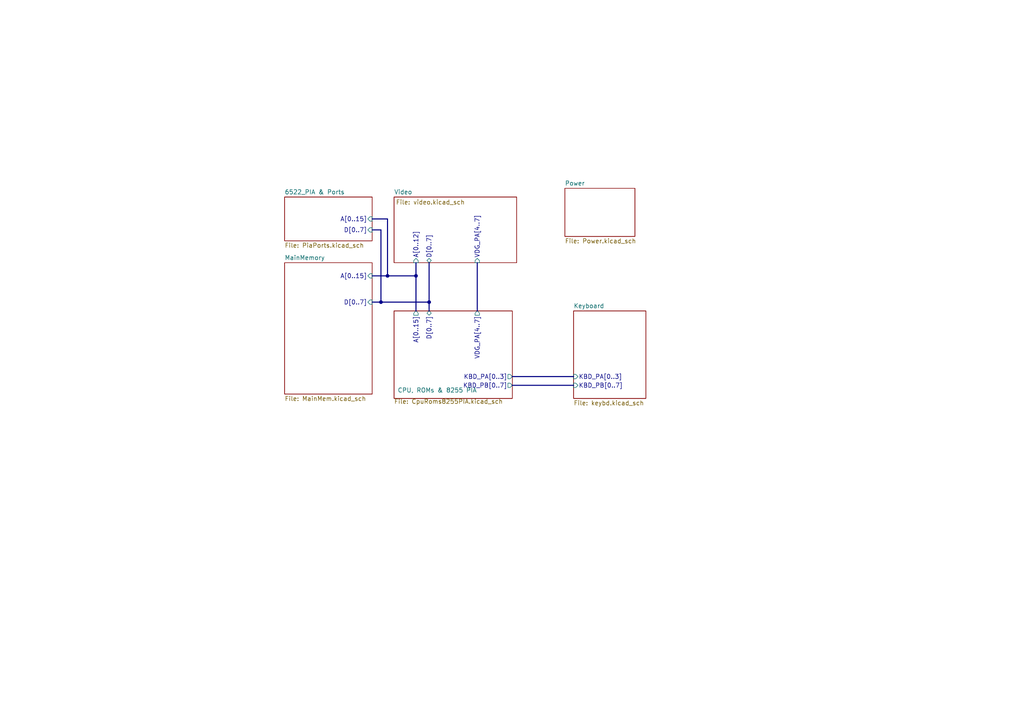
<source format=kicad_sch>
(kicad_sch
	(version 20231120)
	(generator "eeschema")
	(generator_version "8.0")
	(uuid "061591e0-fc5a-4227-9cb7-53fd8dca3981")
	(paper "A4")
	(lib_symbols)
	(junction
		(at 120.65 80.01)
		(diameter 0)
		(color 0 0 0 0)
		(uuid "3f4c023f-eca7-4011-8ac3-71f050b458ef")
	)
	(junction
		(at 124.46 87.63)
		(diameter 0)
		(color 0 0 0 0)
		(uuid "4ab9f805-ed6f-4db4-9c4f-a4227d253d93")
	)
	(junction
		(at 112.395 80.01)
		(diameter 0)
		(color 0 0 0 0)
		(uuid "668a67c6-7f50-4f13-84ca-fb3c24263f72")
	)
	(junction
		(at 110.49 87.63)
		(diameter 0)
		(color 0 0 0 0)
		(uuid "914d72a2-12c5-4bf2-862c-7d5e8936feca")
	)
	(bus
		(pts
			(xy 124.46 76.2) (xy 124.46 87.63)
		)
		(stroke
			(width 0)
			(type default)
		)
		(uuid "061445e3-abfa-4782-84db-e774fa739cf8")
	)
	(bus
		(pts
			(xy 107.95 87.63) (xy 110.49 87.63)
		)
		(stroke
			(width 0)
			(type default)
		)
		(uuid "140137d5-8b2e-410b-b32a-e1bfc5c018d1")
	)
	(bus
		(pts
			(xy 110.49 87.63) (xy 124.46 87.63)
		)
		(stroke
			(width 0)
			(type default)
		)
		(uuid "2d418dda-8d1c-4765-adb4-6ed190efd1c7")
	)
	(bus
		(pts
			(xy 138.43 76.2) (xy 138.43 90.17)
		)
		(stroke
			(width 0)
			(type default)
		)
		(uuid "3479865a-ccbc-42b7-a39e-63b811251c75")
	)
	(bus
		(pts
			(xy 148.59 111.76) (xy 166.37 111.76)
		)
		(stroke
			(width 0)
			(type default)
		)
		(uuid "3f6b628e-640e-413f-9a68-10766c283653")
	)
	(bus
		(pts
			(xy 112.395 63.5) (xy 112.395 80.01)
		)
		(stroke
			(width 0)
			(type default)
		)
		(uuid "6aa9332d-dc29-47f1-9f0d-318070c5b9f8")
	)
	(bus
		(pts
			(xy 112.395 80.01) (xy 120.65 80.01)
		)
		(stroke
			(width 0)
			(type default)
		)
		(uuid "6fdf3f03-bca4-4443-be7a-b4b7e7c48306")
	)
	(bus
		(pts
			(xy 120.65 76.2) (xy 120.65 80.01)
		)
		(stroke
			(width 0)
			(type default)
		)
		(uuid "78b113a0-e3ac-435f-8236-2f469a98e58c")
	)
	(bus
		(pts
			(xy 120.65 80.01) (xy 120.65 90.17)
		)
		(stroke
			(width 0)
			(type default)
		)
		(uuid "85abbe33-8822-4bb0-806d-3ce76dd2f8c4")
	)
	(bus
		(pts
			(xy 107.95 80.01) (xy 112.395 80.01)
		)
		(stroke
			(width 0)
			(type default)
		)
		(uuid "97900480-0f93-4d69-afc5-da3cfa88f99a")
	)
	(bus
		(pts
			(xy 107.95 63.5) (xy 112.395 63.5)
		)
		(stroke
			(width 0)
			(type default)
		)
		(uuid "ac2a9968-9fd0-4a91-be34-a0aa2501d6ed")
	)
	(bus
		(pts
			(xy 110.49 66.675) (xy 110.49 87.63)
		)
		(stroke
			(width 0)
			(type default)
		)
		(uuid "de6078d9-4858-4cac-b60f-7da4e32e31ba")
	)
	(bus
		(pts
			(xy 124.46 87.63) (xy 124.46 90.17)
		)
		(stroke
			(width 0)
			(type default)
		)
		(uuid "ed5f78a3-6907-4e4d-aea7-6403d501086c")
	)
	(bus
		(pts
			(xy 107.95 66.675) (xy 110.49 66.675)
		)
		(stroke
			(width 0)
			(type default)
		)
		(uuid "f8e8ec68-4c80-47e3-870a-87cd60a97f9f")
	)
	(bus
		(pts
			(xy 148.59 109.22) (xy 166.37 109.22)
		)
		(stroke
			(width 0)
			(type default)
		)
		(uuid "feb706e0-389b-4e70-ba5b-fd38e59c22af")
	)
	(sheet
		(at 163.83 54.61)
		(size 20.32 13.97)
		(fields_autoplaced yes)
		(stroke
			(width 0.1524)
			(type solid)
		)
		(fill
			(color 0 0 0 0.0000)
		)
		(uuid "3701420a-78ea-4de5-b3c6-56f66d13f260")
		(property "Sheetname" "Power"
			(at 163.83 53.8984 0)
			(effects
				(font
					(size 1.27 1.27)
				)
				(justify left bottom)
			)
		)
		(property "Sheetfile" "Power.kicad_sch"
			(at 163.83 69.1646 0)
			(effects
				(font
					(size 1.27 1.27)
				)
				(justify left top)
			)
		)
		(instances
			(project "AtomV5Board"
				(path "/061591e0-fc5a-4227-9cb7-53fd8dca3981"
					(page "3")
				)
			)
		)
	)
	(sheet
		(at 114.3 57.15)
		(size 35.56 19.05)
		(stroke
			(width 0.1524)
			(type solid)
		)
		(fill
			(color 0 0 0 0.0000)
		)
		(uuid "3e5cf50e-a7f3-43f9-a30d-2928d224ef34")
		(property "Sheetname" "Video"
			(at 114.3 56.4384 0)
			(effects
				(font
					(size 1.27 1.27)
				)
				(justify left bottom)
			)
		)
		(property "Sheetfile" "video.kicad_sch"
			(at 114.808 57.912 0)
			(effects
				(font
					(size 1.27 1.27)
				)
				(justify left top)
			)
		)
		(pin "D[0..7]" bidirectional
			(at 124.46 76.2 270)
			(effects
				(font
					(size 1.27 1.27)
				)
				(justify left)
			)
			(uuid "0346dae4-a3a1-4a58-aff0-5f083e30e6c9")
		)
		(pin "A[0..12]" input
			(at 120.65 76.2 270)
			(effects
				(font
					(size 1.27 1.27)
				)
				(justify left)
			)
			(uuid "dd3317b5-f995-4e94-8031-c99a3a474036")
		)
		(pin "VDG_PA[4..7]" input
			(at 138.43 76.2 270)
			(effects
				(font
					(size 1.27 1.27)
				)
				(justify left)
			)
			(uuid "209c62b8-5458-436b-9bc5-c513c48f06e4")
		)
		(instances
			(project "AtomV5Board"
				(path "/061591e0-fc5a-4227-9cb7-53fd8dca3981"
					(page "2")
				)
			)
		)
	)
	(sheet
		(at 166.37 90.17)
		(size 20.955 25.4)
		(fields_autoplaced yes)
		(stroke
			(width 0.1524)
			(type solid)
		)
		(fill
			(color 0 0 0 0.0000)
		)
		(uuid "41b80dc0-2191-428c-bee0-e1c8383431f1")
		(property "Sheetname" "Keyboard"
			(at 166.37 89.4584 0)
			(effects
				(font
					(size 1.27 1.27)
				)
				(justify left bottom)
			)
		)
		(property "Sheetfile" "keybd.kicad_sch"
			(at 166.37 116.1546 0)
			(effects
				(font
					(size 1.27 1.27)
				)
				(justify left top)
			)
		)
		(pin "KBD_PA[0..3]" input
			(at 166.37 109.22 180)
			(effects
				(font
					(size 1.27 1.27)
				)
				(justify left)
			)
			(uuid "9408f0e3-d44a-47f8-9a6c-dba0d45ef141")
		)
		(pin "KBD_PB[0..7]" input
			(at 166.37 111.76 180)
			(effects
				(font
					(size 1.27 1.27)
				)
				(justify left)
			)
			(uuid "1420955a-e3fb-473a-9426-725a5b8c3773")
		)
		(instances
			(project "AtomV5Board"
				(path "/061591e0-fc5a-4227-9cb7-53fd8dca3981"
					(page "5")
				)
			)
		)
	)
	(sheet
		(at 114.3 90.17)
		(size 34.29 25.4)
		(stroke
			(width 0.1524)
			(type solid)
		)
		(fill
			(color 0 0 0 0.0000)
		)
		(uuid "69ec7c13-aeb1-42ad-9b44-b801cf6ac833")
		(property "Sheetname" "CPU, ROMs & 8255 PIA"
			(at 115.316 113.919 0)
			(effects
				(font
					(size 1.27 1.27)
				)
				(justify left bottom)
			)
		)
		(property "Sheetfile" "CpuRoms8255PIA.kicad_sch"
			(at 114.3 115.697 0)
			(effects
				(font
					(size 1.27 1.27)
				)
				(justify left top)
			)
		)
		(pin "VDG_PA[4..7]" output
			(at 138.43 90.17 90)
			(effects
				(font
					(size 1.27 1.27)
				)
				(justify right)
			)
			(uuid "b4e770af-2a5c-47c6-bcef-58981d8b2d77")
		)
		(pin "A[0..15]" output
			(at 120.65 90.17 90)
			(effects
				(font
					(size 1.27 1.27)
				)
				(justify right)
			)
			(uuid "7ee0d00c-2985-48dc-a534-8575fd7c29b5")
		)
		(pin "D[0..7]" bidirectional
			(at 124.46 90.17 90)
			(effects
				(font
					(size 1.27 1.27)
				)
				(justify right)
			)
			(uuid "b445771a-cfa7-47c1-bb14-a578f48734ed")
		)
		(pin "KBD_PA[0..3]" output
			(at 148.59 109.22 0)
			(effects
				(font
					(size 1.27 1.27)
				)
				(justify right)
			)
			(uuid "107d3dfd-34e0-4f8e-bd2a-c42bff338c42")
		)
		(pin "KBD_PB[0..7]" output
			(at 148.59 111.76 0)
			(effects
				(font
					(size 1.27 1.27)
				)
				(justify right)
			)
			(uuid "5957972d-9abe-47c0-915b-2a66f58e22c0")
		)
		(instances
			(project "AtomV5Board"
				(path "/061591e0-fc5a-4227-9cb7-53fd8dca3981"
					(page "4")
				)
			)
		)
	)
	(sheet
		(at 82.55 57.15)
		(size 25.4 12.7)
		(fields_autoplaced yes)
		(stroke
			(width 0.1524)
			(type solid)
		)
		(fill
			(color 0 0 0 0.0000)
		)
		(uuid "9644c68a-49cb-4066-8c2d-0b3afbbe53a4")
		(property "Sheetname" "6522_PIA & Ports"
			(at 82.55 56.4384 0)
			(effects
				(font
					(size 1.27 1.27)
				)
				(justify left bottom)
			)
		)
		(property "Sheetfile" "PiaPorts.kicad_sch"
			(at 82.55 70.4346 0)
			(effects
				(font
					(size 1.27 1.27)
				)
				(justify left top)
			)
		)
		(pin "D[0..7]" input
			(at 107.95 66.675 0)
			(effects
				(font
					(size 1.27 1.27)
				)
				(justify right)
			)
			(uuid "5902e23f-8436-4867-8b8c-8735406e5563")
		)
		(pin "A[0..15]" input
			(at 107.95 63.5 0)
			(effects
				(font
					(size 1.27 1.27)
				)
				(justify right)
			)
			(uuid "18c02802-da64-4a3e-a200-24c54485575c")
		)
		(instances
			(project "AtomV5Board"
				(path "/061591e0-fc5a-4227-9cb7-53fd8dca3981"
					(page "7")
				)
			)
		)
	)
	(sheet
		(at 82.55 76.2)
		(size 25.4 38.1)
		(fields_autoplaced yes)
		(stroke
			(width 0.1524)
			(type solid)
		)
		(fill
			(color 0 0 0 0.0000)
		)
		(uuid "e722fbcb-e918-42db-b5cc-04ae5c482f7d")
		(property "Sheetname" "MainMemory"
			(at 82.55 75.4884 0)
			(effects
				(font
					(size 1.27 1.27)
				)
				(justify left bottom)
			)
		)
		(property "Sheetfile" "MainMem.kicad_sch"
			(at 82.55 114.8846 0)
			(effects
				(font
					(size 1.27 1.27)
				)
				(justify left top)
			)
		)
		(pin "A[0..15]" input
			(at 107.95 80.01 0)
			(effects
				(font
					(size 1.27 1.27)
				)
				(justify right)
			)
			(uuid "efc1c2af-aae3-4127-b23c-e6752ce60700")
		)
		(pin "D[0..7]" input
			(at 107.95 87.63 0)
			(effects
				(font
					(size 1.27 1.27)
				)
				(justify right)
			)
			(uuid "9dcef778-4928-47ad-97d8-1622757572b7")
		)
		(instances
			(project "AtomV5Board"
				(path "/061591e0-fc5a-4227-9cb7-53fd8dca3981"
					(page "6")
				)
			)
		)
	)
	(sheet_instances
		(path "/"
			(page "1")
		)
	)
)

</source>
